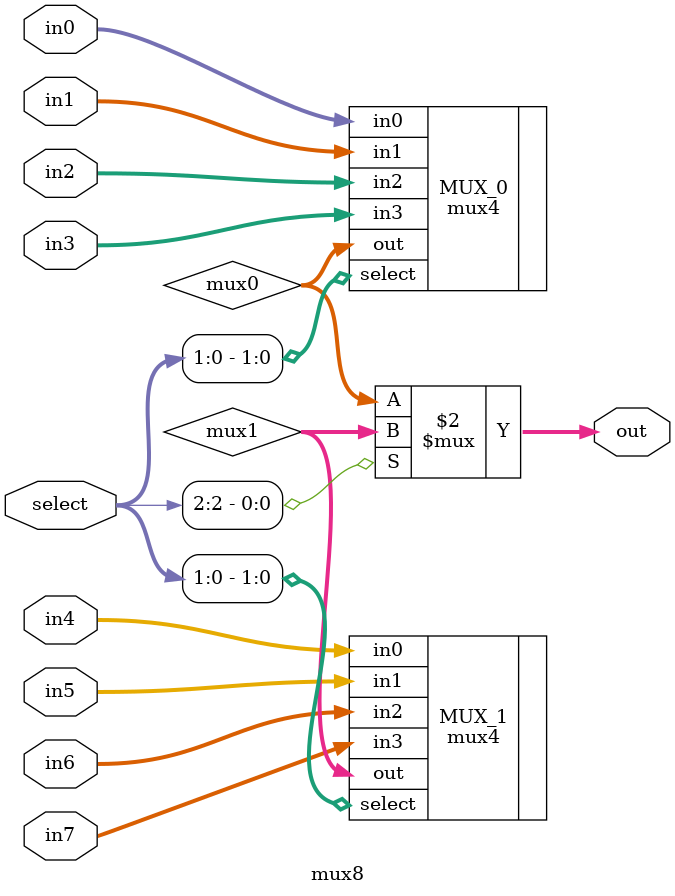
<source format=sv>
`timescale 1ns/1ps
`default_nettype none
module mux8(in0,in1,in2,in3,in4,in5,in6,in7,select,out);

//parameter definitions
parameter N = 32;
//port definitions
input  wire [(N-1):0] in0;
input  wire [(N-1):0] in1;
input  wire [(N-1):0] in2;
input  wire [(N-1):0] in3;
input  wire [(N-1):0] in4;
input  wire [(N-1):0] in5;
input  wire [(N-1):0] in6;
input  wire [(N-1):0] in7;
input  wire [2:0] select;
output logic [(N-1):0] out;

wire [(N-1):0] mux0, mux1;
//make 4:1 out of 2 4:1 muxes and a 2:1 mux
mux4 #(.N(N)) MUX_0 (.in0(in0), .in1(in1), .in2(in2), .in3(in3), .select(select[1:0]), .out(mux0));
mux4 #(.N(N)) MUX_1 (.in0(in4), .in1(in5), .in2(in6), .in3(in7), .select(select[1:0]), .out(mux1));
always_comb out = select[2] ? mux1 : mux0;

endmodule

</source>
